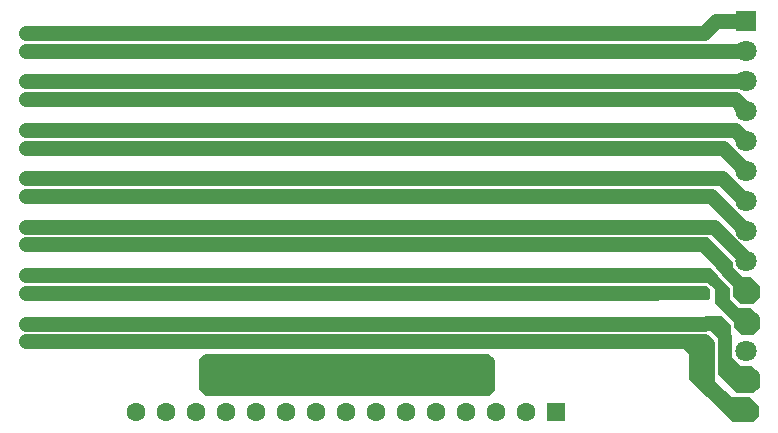
<source format=gbl>
G04 Layer: BottomLayer*
G04 EasyEDA Pro v2.1.21.9b64d12f.b3811b, 2024-04-08 20:46:48*
G04 Gerber Generator version 0.3*
G04 Scale: 100 percent, Rotated: No, Reflected: No*
G04 Dimensions in millimeters*
G04 Leading zeros omitted, absolute positions, 3 integers and 3 decimals*
%FSLAX33Y33*%
%MOMM*%
%ADD8191C,0.203*%
%ADD10C,1.8*%
%ADD11R,1.8X1.8*%
%ADD12R,1.6X1.6*%
%ADD13C,1.6*%
%ADD14C,0.61*%
%ADD15C,1.2749*%
%ADD16C,1.27*%
G75*


G04 Copper Start*
G36*
G01X16699Y-29890D02*
G01X16231Y-29422D01*
G01Y-26966D01*
G01X16679Y-26518D01*
G01X40651D01*
G01X41099Y-26966D01*
G01Y-29451D01*
G01X40660Y-29890D01*
G01X16699D01*
G37*
G36*
G01X59313Y-21711D02*
G01X59238Y-21786D01*
G01X54730D01*
G01X54418Y-21475D01*
G01Y-21100D01*
G01X54776Y-20743D01*
G01X54800D01*
G01X58900D01*
G03X58994Y-20739I0J993D01*
G01X59040D01*
G01X59313Y-21012D01*
G01Y-21711D01*
G37*
G36*
G01X61326Y-32137D02*
G01X57732Y-28544D01*
G01Y-26499D01*
G03X57702Y-26427I-102J0D01*
G01X57176Y-25900D01*
G01Y-25887D01*
G01X58220Y-24843D01*
G01X58900D01*
G03X59033Y-24834I0J993D01*
G01X59097D01*
G01X59711Y-25449D01*
G01Y-28187D01*
G03X59760Y-28367I358J0D01*
G01Y-28701D01*
G03X59789Y-28773I102J0D01*
G01X61177Y-30160D01*
G03X61249Y-30190I72J72D01*
G01X62732D01*
G01X63441Y-30899D01*
G01Y-31715D01*
G01X63019Y-32137D01*
G01X61326D01*
G37*
G36*
G01X62054Y-22109D02*
G01X61454Y-21509D01*
G01Y-20735D01*
G03X61424Y-20663I-102J0D01*
G01X60491Y-19729D01*
G01Y-19649D01*
G03X60461Y-19577I-102J0D01*
G01X59284Y-18400D01*
G01X58623Y-17739D01*
G01Y-17028D01*
G01X59009Y-16643D01*
G01X59164D01*
G01X61238Y-18717D01*
G01X61241Y-18739D01*
G01Y-19041D01*
G03X61271Y-19113I102J0D01*
G01X62158Y-20000D01*
G03X62230Y-20030I72J72D01*
G01X62758D01*
G01X63518Y-20791D01*
G01Y-21623D01*
G01X63033Y-22109D01*
G01X62054D01*
G37*
G36*
G01X63525Y-29193D02*
G01X63084Y-29634D01*
G01X61660D01*
G01X60171Y-28145D01*
G01Y-25136D01*
G03X60141Y-25065I-102J0D01*
G01X59470Y-24394D01*
G03X59399Y-24364I-72J-72D01*
G01X59018D01*
G03X58900Y-24357I-118J-986D01*
G01X58757D01*
G01X58659Y-24259D01*
G01X58920Y-23998D01*
G03X58950Y-23927I-72J72D01*
G01Y-23323D01*
G01X60326D01*
G01X61092Y-24089D01*
G01Y-24206D01*
G03X61133Y-24372I358J0D01*
G01Y-24805D01*
G03X61163Y-24877I102J0D01*
G01X61201Y-24915D01*
G01Y-26748D01*
G03X61231Y-26820I102J0D01*
G01X61884Y-27473D01*
G03X61956Y-27503I72J72D01*
G01X62912D01*
G01X63525Y-28116D01*
G01Y-29193D01*
G37*
G36*
G01X62088Y-24700D02*
G01X61552Y-24163D01*
G01Y-23767D01*
G03X61522Y-23696I-102J0D01*
G01X59939Y-22113D01*
G01Y-21030D01*
G03X59910Y-20958I-102J0D01*
G01X59260Y-20309D01*
G03X59188Y-20279I-72J-72D01*
G01X59063D01*
G01Y-19218D01*
G01X59065Y-19217D01*
G01X59450D01*
G01X60032Y-19799D01*
G03X60045Y-19870I357J27D01*
G01Y-19907D01*
G03X60075Y-19979I102J0D01*
G01X60993Y-20897D01*
G01Y-21803D01*
G03X61023Y-21875I102J0D01*
G01X61719Y-22570D01*
G03X61791Y-22600I72J72D01*
G01X62811D01*
G01X63518Y-23307D01*
G01Y-24214D01*
G01X63032Y-24700D01*
G01X62088D01*
G37*
G54D8191*
G01X16699Y-29890D02*
G01X16231Y-29422D01*
G01Y-26966D01*
G01X16679Y-26518D01*
G01X40651D01*
G01X41099Y-26966D01*
G01Y-29451D01*
G01X40660Y-29890D01*
G01X16699D01*
G01X59313Y-21711D02*
G01X59238Y-21786D01*
G01X54730D01*
G01X54418Y-21475D01*
G01Y-21100D01*
G01X54776Y-20743D01*
G01X54800D01*
G01X58900D01*
G03X58994Y-20739I0J993D01*
G01X59040D01*
G01X59313Y-21012D01*
G01Y-21711D01*
G01X61326Y-32137D02*
G01X57732Y-28544D01*
G01Y-26499D01*
G03X57702Y-26427I-102J0D01*
G01X57176Y-25900D01*
G01Y-25887D01*
G01X58220Y-24843D01*
G01X58900D01*
G03X59033Y-24834I0J993D01*
G01X59097D01*
G01X59711Y-25449D01*
G01Y-28187D01*
G03X59760Y-28367I358J0D01*
G01Y-28701D01*
G03X59789Y-28773I102J0D01*
G01X61177Y-30160D01*
G03X61249Y-30190I72J72D01*
G01X62732D01*
G01X63441Y-30899D01*
G01Y-31715D01*
G01X63019Y-32137D01*
G01X61326D01*
G01X62054Y-22109D02*
G01X61454Y-21509D01*
G01Y-20735D01*
G03X61424Y-20663I-102J0D01*
G01X60491Y-19729D01*
G01Y-19649D01*
G03X60461Y-19577I-102J0D01*
G01X59284Y-18400D01*
G01X58623Y-17739D01*
G01Y-17028D01*
G01X59009Y-16643D01*
G01X59164D01*
G01X61238Y-18717D01*
G01X61241Y-18739D01*
G01Y-19041D01*
G03X61271Y-19113I102J0D01*
G01X62158Y-20000D01*
G03X62230Y-20030I72J72D01*
G01X62758D01*
G01X63518Y-20791D01*
G01Y-21623D01*
G01X63033Y-22109D01*
G01X62054D01*
G01X63525Y-29193D02*
G01X63084Y-29634D01*
G01X61660D01*
G01X60171Y-28145D01*
G01Y-25136D01*
G03X60141Y-25065I-102J0D01*
G01X59470Y-24394D01*
G03X59399Y-24364I-72J-72D01*
G01X59018D01*
G03X58900Y-24357I-118J-986D01*
G01X58757D01*
G01X58659Y-24259D01*
G01X58920Y-23998D01*
G03X58950Y-23927I-72J72D01*
G01Y-23323D01*
G01X60326D01*
G01X61092Y-24089D01*
G01Y-24206D01*
G03X61133Y-24372I358J0D01*
G01Y-24805D01*
G03X61163Y-24877I102J0D01*
G01X61201Y-24915D01*
G01Y-26748D01*
G03X61231Y-26820I102J0D01*
G01X61884Y-27473D01*
G03X61956Y-27503I72J72D01*
G01X62912D01*
G01X63525Y-28116D01*
G01Y-29193D01*
G01X62088Y-24700D02*
G01X61552Y-24163D01*
G01Y-23767D01*
G03X61522Y-23696I-102J0D01*
G01X59939Y-22113D01*
G01Y-21030D01*
G03X59910Y-20958I-102J0D01*
G01X59260Y-20309D01*
G03X59188Y-20279I-72J-72D01*
G01X59063D01*
G01Y-19218D01*
G01X59065Y-19217D01*
G01X59450D01*
G01X60032Y-19799D01*
G03X60045Y-19870I357J27D01*
G01Y-19907D01*
G03X60075Y-19979I102J0D01*
G01X60993Y-20897D01*
G01Y-21803D01*
G03X61023Y-21875I102J0D01*
G01X61719Y-22570D01*
G03X61791Y-22600I72J72D01*
G01X62811D01*
G01X63518Y-23307D01*
G01Y-24214D01*
G01X63032Y-24700D01*
G01X62088D01*
G04 Copper End*

G04 Pad Start*
G54D10*
G01X62484Y-31242D03*
G01X62484Y-28702D03*
G01X62484Y-26162D03*
G01X62484Y-23622D03*
G01X62484Y-21082D03*
G01X62484Y-18542D03*
G01X62484Y-16002D03*
G01X62484Y-13462D03*
G01X62484Y-10922D03*
G01X62484Y-8382D03*
G01X62484Y-5842D03*
G01X62484Y-3302D03*
G01X62484Y-762D03*
G54D11*
G01X62484Y1778D03*
G54D12*
G01X46390Y-31369D03*
G54D13*
G01X43850Y-31369D03*
G01X41310Y-31369D03*
G01X38770Y-31369D03*
G01X36230Y-31369D03*
G01X33690Y-31369D03*
G01X31150Y-31369D03*
G01X28610Y-31369D03*
G01X26070Y-31369D03*
G01X23530Y-31369D03*
G01X20990Y-31369D03*
G01X18450Y-31369D03*
G01X15910Y-31369D03*
G01X13370Y-31369D03*
G01X10830Y-31369D03*
G04 Pad End*

G04 Via Start*
G54D14*
G01X1500Y750D03*
G01X1500Y-750D03*
G01X1500Y-3350D03*
G01X1500Y-4850D03*
G01X1500Y-7450D03*
G01X1500Y-8950D03*
G01X1500Y-11550D03*
G01X1500Y-13050D03*
G01X1500Y-15650D03*
G01X1500Y-17150D03*
G01X1500Y-19750D03*
G01X1500Y-21250D03*
G01X1500Y-23850D03*
G01X1500Y-25350D03*
G01X5600Y-3350D03*
G01X5600Y750D03*
G01X5600Y-750D03*
G01X5600Y-4850D03*
G01X5600Y-7450D03*
G01X5600Y-17150D03*
G01X5600Y-19750D03*
G01X5600Y-11550D03*
G01X5600Y-13050D03*
G01X5600Y-8950D03*
G01X5600Y-15650D03*
G01X5600Y-23850D03*
G01X5600Y-25350D03*
G01X5600Y-21250D03*
G01X9700Y-3350D03*
G01X9700Y750D03*
G01X9700Y-750D03*
G01X9700Y-4850D03*
G01X9700Y-7450D03*
G01X9700Y-17150D03*
G01X9700Y-19750D03*
G01X9700Y-11550D03*
G01X9700Y-13050D03*
G01X9700Y-8950D03*
G01X9700Y-15650D03*
G01X9700Y-23850D03*
G01X9700Y-25350D03*
G01X9700Y-21250D03*
G01X13800Y-3350D03*
G01X13800Y750D03*
G01X13800Y-750D03*
G01X13800Y-4850D03*
G01X13800Y-7450D03*
G01X13800Y-17150D03*
G01X13800Y-19750D03*
G01X13800Y-11550D03*
G01X13800Y-13050D03*
G01X13800Y-8950D03*
G01X13800Y-15650D03*
G01X13800Y-23850D03*
G01X13800Y-25350D03*
G01X13800Y-21250D03*
G01X17900Y-3350D03*
G01X17900Y750D03*
G01X17900Y-750D03*
G01X17900Y-4850D03*
G01X17900Y-7450D03*
G01X17900Y-17150D03*
G01X17900Y-19750D03*
G01X17900Y-11550D03*
G01X17900Y-13050D03*
G01X17900Y-8950D03*
G01X17900Y-15650D03*
G01X17900Y-23850D03*
G01X17900Y-25350D03*
G01X17900Y-21250D03*
G01X22000Y-3350D03*
G01X22000Y750D03*
G01X22000Y-750D03*
G01X22000Y-4850D03*
G01X22000Y-7450D03*
G01X22000Y-17150D03*
G01X22000Y-19750D03*
G01X22000Y-11550D03*
G01X22000Y-13050D03*
G01X22000Y-8950D03*
G01X22000Y-15650D03*
G01X22000Y-23850D03*
G01X22000Y-25350D03*
G01X22000Y-21250D03*
G01X26100Y-3350D03*
G01X26100Y750D03*
G01X26100Y-750D03*
G01X26100Y-4850D03*
G01X26100Y-7450D03*
G01X26100Y-17150D03*
G01X26100Y-19750D03*
G01X26100Y-11550D03*
G01X26100Y-13050D03*
G01X26100Y-8950D03*
G01X26100Y-15650D03*
G01X26100Y-23850D03*
G01X26100Y-25350D03*
G01X26100Y-21250D03*
G01X30200Y-3350D03*
G01X30200Y750D03*
G01X30200Y-750D03*
G01X30200Y-4850D03*
G01X30200Y-7450D03*
G01X30200Y-17150D03*
G01X30200Y-19750D03*
G01X30200Y-11550D03*
G01X30200Y-13050D03*
G01X30200Y-8950D03*
G01X30200Y-15650D03*
G01X30200Y-23850D03*
G01X30200Y-25350D03*
G01X30200Y-21250D03*
G01X34300Y-3350D03*
G01X34300Y750D03*
G01X34300Y-750D03*
G01X34300Y-4850D03*
G01X34300Y-7450D03*
G01X34300Y-17150D03*
G01X34300Y-19750D03*
G01X34300Y-11550D03*
G01X34300Y-13050D03*
G01X34300Y-8950D03*
G01X34300Y-15650D03*
G01X34300Y-23850D03*
G01X34300Y-25350D03*
G01X34300Y-21250D03*
G01X38400Y-3350D03*
G01X38400Y750D03*
G01X38400Y-750D03*
G01X38400Y-4850D03*
G01X38400Y-7450D03*
G01X38400Y-17150D03*
G01X38400Y-19750D03*
G01X38400Y-11550D03*
G01X38400Y-13050D03*
G01X38400Y-8950D03*
G01X38400Y-15650D03*
G01X38400Y-23850D03*
G01X38400Y-25350D03*
G01X38400Y-21250D03*
G01X42500Y-3350D03*
G01X42500Y750D03*
G01X42500Y-750D03*
G01X42500Y-4850D03*
G01X42500Y-7450D03*
G01X42500Y-17150D03*
G01X42500Y-19750D03*
G01X42500Y-11550D03*
G01X42500Y-13050D03*
G01X42500Y-8950D03*
G01X42500Y-15650D03*
G01X42500Y-23850D03*
G01X42500Y-25350D03*
G01X42500Y-21250D03*
G01X46600Y-3350D03*
G01X46600Y750D03*
G01X46600Y-750D03*
G01X46600Y-4850D03*
G01X46600Y-7450D03*
G01X46600Y-17150D03*
G01X46600Y-19750D03*
G01X46600Y-11550D03*
G01X46600Y-13050D03*
G01X46600Y-8950D03*
G01X46600Y-15650D03*
G01X46600Y-23850D03*
G01X46600Y-25350D03*
G01X46600Y-21250D03*
G01X50700Y-3350D03*
G01X50700Y750D03*
G01X50700Y-750D03*
G01X50700Y-4850D03*
G01X50700Y-7450D03*
G01X50700Y-17150D03*
G01X50700Y-19750D03*
G01X50700Y-11550D03*
G01X50700Y-13050D03*
G01X50700Y-8950D03*
G01X50700Y-15650D03*
G01X50700Y-23850D03*
G01X50700Y-25350D03*
G01X50700Y-21250D03*
G01X54800Y-3350D03*
G01X54800Y750D03*
G01X54800Y-750D03*
G01X54800Y-4850D03*
G01X54800Y-7450D03*
G01X54800Y-17150D03*
G01X54800Y-19750D03*
G01X54800Y-11550D03*
G01X54800Y-13050D03*
G01X54800Y-8950D03*
G01X54800Y-15650D03*
G01X54800Y-23850D03*
G01X54800Y-25350D03*
G01X54800Y-21250D03*
G01X58900Y-3350D03*
G01X58900Y750D03*
G01X58900Y-750D03*
G01X58900Y-4850D03*
G01X58900Y-7450D03*
G01X58900Y-17150D03*
G01X58900Y-19750D03*
G01X58900Y-11550D03*
G01X58900Y-13050D03*
G01X58900Y-8950D03*
G01X58900Y-15650D03*
G01X58900Y-23850D03*
G01X58900Y-25350D03*
G01X58900Y-21250D03*
G04 Via End*

G04 Track Start*
G54D16*
G01X1500Y750D02*
G01X5600Y750D01*
G01X9700D01*
G01X13800D01*
G01X17900D01*
G01X22000D01*
G01X26100D01*
G01X30200D01*
G01X34300D01*
G01X38400D01*
G01X42500D01*
G01X46600D01*
G01X50700D01*
G01X54800D01*
G01X58900D01*
G01X1500Y-3350D02*
G01X5600Y-3350D01*
G01X9700D01*
G01X13800D01*
G01X17900D01*
G01X22000D01*
G01X26100D01*
G01X30200D01*
G01X34300D01*
G01X38400D01*
G01X42500D01*
G01X46600D01*
G01X50700D01*
G01X54800D01*
G01X58900D01*
G01X58900Y-4850D02*
G01X54800Y-4850D01*
G01X50700D01*
G01X46600D01*
G01X42500D01*
G01X38400D01*
G01X34300D01*
G01X30200D01*
G01X26100D01*
G01X22000D01*
G01X17900D01*
G01X13800D01*
G01X9700D01*
G01X5600D01*
G01X1500D01*
G01X1500Y-7450D02*
G01X5600Y-7450D01*
G01X9700D01*
G01X13800D01*
G01X17900D01*
G01X22000D01*
G01X26100D01*
G01X30200D01*
G01X34300D01*
G01X38400D01*
G01X42500D01*
G01X46600D01*
G01X50700D01*
G01X54800D01*
G01X58900D01*
G01X58900Y-8950D02*
G01X54800Y-8950D01*
G01X50700D01*
G01X46600D01*
G01X42500D01*
G01X38400D01*
G01X34300D01*
G01X30200D01*
G01X26100D01*
G01X22000D01*
G01X17900D01*
G01X13800D01*
G01X9700D01*
G01X5600D01*
G01X1500D01*
G01X1500Y-11550D02*
G01X5600Y-11550D01*
G01X9700D01*
G01X13800D01*
G01X17900D01*
G01X22000D01*
G01X26100D01*
G01X30200D01*
G01X34300D01*
G01X38400D01*
G01X42500D01*
G01X46600D01*
G01X50700D01*
G01X54800D01*
G01X58900D01*
G01X58900Y-13050D02*
G01X54800Y-13050D01*
G01X50700D01*
G01X46600D01*
G01X42500D01*
G01X38400D01*
G01X34300D01*
G01X30200D01*
G01X26100D01*
G01X22000D01*
G01X17900D01*
G01X13800D01*
G01X9700D01*
G01X5600D01*
G01X1500D01*
G01X1500Y-15650D02*
G01X5600Y-15650D01*
G01X9700D01*
G01X13800D01*
G01X17900D01*
G01X22000D01*
G01X26100D01*
G01X30200D01*
G01X34300D01*
G01X38400D01*
G01X42500D01*
G01X46600D01*
G01X50700D01*
G01X54800D01*
G01X58900D01*
G01X54800Y-17150D02*
G01X50700Y-17150D01*
G01X46600D01*
G01X42500D01*
G01X38400D01*
G01X34300D01*
G01X30200D01*
G01X26100D01*
G01X22000D01*
G01X17900D01*
G01X13800D01*
G01X9700D01*
G01X5600D01*
G01X1500D01*
G01X1500Y-19750D02*
G01X5600Y-19750D01*
G01X9700D01*
G01X13800D01*
G01X17900D01*
G01X22000D01*
G01X26100D01*
G01X30200D01*
G01X34300D01*
G01X38400D01*
G01X42500D01*
G01X46600D01*
G01X50700D01*
G01X54800D01*
G01X58900D01*
G01X54800Y-21250D02*
G01X50700Y-21250D01*
G01X46600D01*
G01X42500D01*
G01X38400D01*
G01X34300D01*
G01X30200D01*
G01X26100D01*
G01X22000D01*
G01X17900D01*
G01X13800D01*
G01X9700D01*
G01X5600D01*
G01X1500D01*
G01X1500Y-23850D02*
G01X5600Y-23850D01*
G01X9700D01*
G01X13800D01*
G01X17900D01*
G01X22000D01*
G01X26100D01*
G01X30200D01*
G01X34300D01*
G01X38400D01*
G01X42500D01*
G01X46600D01*
G01X50700D01*
G01X54800D01*
G01X58900D01*
G01X54800Y-25350D02*
G01X50700Y-25350D01*
G01X46600D01*
G01X42500D01*
G01X38400D01*
G01X34300D01*
G01X30200D01*
G01X26100D01*
G01X22000D01*
G01X17900D01*
G01X13800D01*
G01X9700D01*
G01X5600D01*
G01X1500D01*
G01X58900Y-17150D02*
G01X54800Y-17150D01*
G01X1512Y-762D02*
G01X1500Y-750D01*
G01X58872Y-762D02*
G01X58875Y-765D01*
G01X58900Y750D02*
G01X59928Y1778D01*
G01X62484D01*
G01X58875Y-765D02*
G01X62481Y-765D01*
G01X62484Y-762D01*
G01X58900Y-3350D02*
G01X62436Y-3350D01*
G01X62484Y-3302D01*
G01X58900Y-4850D02*
G01X61492Y-4850D01*
G01X62484Y-5842D01*
G01X58900Y-7450D02*
G01X61552Y-7450D01*
G01X62484Y-8382D01*
G01X58900Y-8950D02*
G01X60512Y-8950D01*
G01X62484Y-10922D01*
G01X58900Y-11550D02*
G01X60445Y-11550D01*
G01X62357Y-13462D02*
G01X62484Y-13462D01*
G01X60445Y-11550D02*
G01X62357Y-13462D01*
G01X58900Y-13050D02*
G01X59532Y-13050D01*
G01X62484Y-16002D01*
G01X62484Y-18542D02*
G01X62484Y-18388D01*
G01X59746Y-15650D01*
G01X58900D01*
G01X54800Y-25350D02*
G01X58900Y-25350D01*
G01X1512Y-762D02*
G01X58872Y-762D01*
G04 Track End*

M02*

</source>
